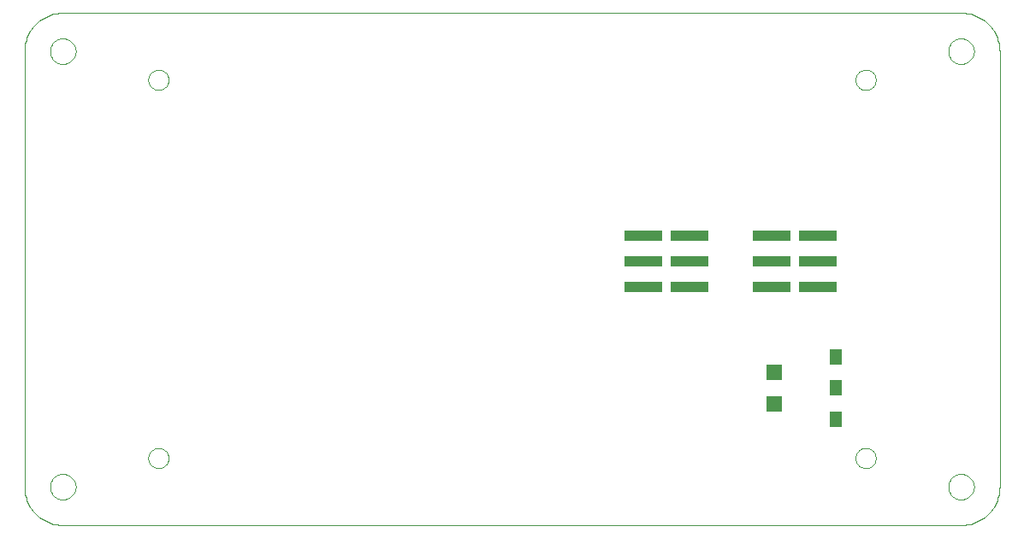
<source format=gbp>
G75*
%MOIN*%
%OFA0B0*%
%FSLAX24Y24*%
%IPPOS*%
%LPD*%
%AMOC8*
5,1,8,0,0,1.08239X$1,22.5*
%
%ADD10C,0.0000*%
%ADD11R,0.1450X0.0394*%
%ADD12R,0.0472X0.0591*%
%ADD13R,0.0591X0.0591*%
D10*
X017760Y016393D02*
X052760Y016393D01*
X052260Y017893D02*
X052262Y017937D01*
X052268Y017981D01*
X052278Y018024D01*
X052291Y018066D01*
X052308Y018107D01*
X052329Y018146D01*
X052353Y018183D01*
X052380Y018218D01*
X052410Y018250D01*
X052443Y018280D01*
X052479Y018306D01*
X052516Y018330D01*
X052556Y018349D01*
X052597Y018366D01*
X052640Y018378D01*
X052683Y018387D01*
X052727Y018392D01*
X052771Y018393D01*
X052815Y018390D01*
X052859Y018383D01*
X052902Y018372D01*
X052944Y018358D01*
X052984Y018340D01*
X053023Y018318D01*
X053059Y018294D01*
X053093Y018266D01*
X053125Y018235D01*
X053154Y018201D01*
X053180Y018165D01*
X053202Y018127D01*
X053221Y018087D01*
X053236Y018045D01*
X053248Y018003D01*
X053256Y017959D01*
X053260Y017915D01*
X053260Y017871D01*
X053256Y017827D01*
X053248Y017783D01*
X053236Y017741D01*
X053221Y017699D01*
X053202Y017659D01*
X053180Y017621D01*
X053154Y017585D01*
X053125Y017551D01*
X053093Y017520D01*
X053059Y017492D01*
X053023Y017468D01*
X052984Y017446D01*
X052944Y017428D01*
X052902Y017414D01*
X052859Y017403D01*
X052815Y017396D01*
X052771Y017393D01*
X052727Y017394D01*
X052683Y017399D01*
X052640Y017408D01*
X052597Y017420D01*
X052556Y017437D01*
X052516Y017456D01*
X052479Y017480D01*
X052443Y017506D01*
X052410Y017536D01*
X052380Y017568D01*
X052353Y017603D01*
X052329Y017640D01*
X052308Y017679D01*
X052291Y017720D01*
X052278Y017762D01*
X052268Y017805D01*
X052262Y017849D01*
X052260Y017893D01*
X052760Y016393D02*
X052836Y016395D01*
X052912Y016401D01*
X052987Y016410D01*
X053062Y016424D01*
X053136Y016441D01*
X053209Y016462D01*
X053281Y016486D01*
X053352Y016515D01*
X053421Y016546D01*
X053488Y016581D01*
X053553Y016620D01*
X053617Y016662D01*
X053678Y016707D01*
X053737Y016755D01*
X053793Y016806D01*
X053847Y016860D01*
X053898Y016916D01*
X053946Y016975D01*
X053991Y017036D01*
X054033Y017100D01*
X054072Y017165D01*
X054107Y017232D01*
X054138Y017301D01*
X054167Y017372D01*
X054191Y017444D01*
X054212Y017517D01*
X054229Y017591D01*
X054243Y017666D01*
X054252Y017741D01*
X054258Y017817D01*
X054260Y017893D01*
X054260Y034893D01*
X052260Y034893D02*
X052262Y034937D01*
X052268Y034981D01*
X052278Y035024D01*
X052291Y035066D01*
X052308Y035107D01*
X052329Y035146D01*
X052353Y035183D01*
X052380Y035218D01*
X052410Y035250D01*
X052443Y035280D01*
X052479Y035306D01*
X052516Y035330D01*
X052556Y035349D01*
X052597Y035366D01*
X052640Y035378D01*
X052683Y035387D01*
X052727Y035392D01*
X052771Y035393D01*
X052815Y035390D01*
X052859Y035383D01*
X052902Y035372D01*
X052944Y035358D01*
X052984Y035340D01*
X053023Y035318D01*
X053059Y035294D01*
X053093Y035266D01*
X053125Y035235D01*
X053154Y035201D01*
X053180Y035165D01*
X053202Y035127D01*
X053221Y035087D01*
X053236Y035045D01*
X053248Y035003D01*
X053256Y034959D01*
X053260Y034915D01*
X053260Y034871D01*
X053256Y034827D01*
X053248Y034783D01*
X053236Y034741D01*
X053221Y034699D01*
X053202Y034659D01*
X053180Y034621D01*
X053154Y034585D01*
X053125Y034551D01*
X053093Y034520D01*
X053059Y034492D01*
X053023Y034468D01*
X052984Y034446D01*
X052944Y034428D01*
X052902Y034414D01*
X052859Y034403D01*
X052815Y034396D01*
X052771Y034393D01*
X052727Y034394D01*
X052683Y034399D01*
X052640Y034408D01*
X052597Y034420D01*
X052556Y034437D01*
X052516Y034456D01*
X052479Y034480D01*
X052443Y034506D01*
X052410Y034536D01*
X052380Y034568D01*
X052353Y034603D01*
X052329Y034640D01*
X052308Y034679D01*
X052291Y034720D01*
X052278Y034762D01*
X052268Y034805D01*
X052262Y034849D01*
X052260Y034893D01*
X052760Y036393D02*
X052836Y036391D01*
X052912Y036385D01*
X052987Y036376D01*
X053062Y036362D01*
X053136Y036345D01*
X053209Y036324D01*
X053281Y036300D01*
X053352Y036271D01*
X053421Y036240D01*
X053488Y036205D01*
X053553Y036166D01*
X053617Y036124D01*
X053678Y036079D01*
X053737Y036031D01*
X053793Y035980D01*
X053847Y035926D01*
X053898Y035870D01*
X053946Y035811D01*
X053991Y035750D01*
X054033Y035686D01*
X054072Y035621D01*
X054107Y035554D01*
X054138Y035485D01*
X054167Y035414D01*
X054191Y035342D01*
X054212Y035269D01*
X054229Y035195D01*
X054243Y035120D01*
X054252Y035045D01*
X054258Y034969D01*
X054260Y034893D01*
X052760Y036393D02*
X017760Y036393D01*
X017260Y034893D02*
X017262Y034937D01*
X017268Y034981D01*
X017278Y035024D01*
X017291Y035066D01*
X017308Y035107D01*
X017329Y035146D01*
X017353Y035183D01*
X017380Y035218D01*
X017410Y035250D01*
X017443Y035280D01*
X017479Y035306D01*
X017516Y035330D01*
X017556Y035349D01*
X017597Y035366D01*
X017640Y035378D01*
X017683Y035387D01*
X017727Y035392D01*
X017771Y035393D01*
X017815Y035390D01*
X017859Y035383D01*
X017902Y035372D01*
X017944Y035358D01*
X017984Y035340D01*
X018023Y035318D01*
X018059Y035294D01*
X018093Y035266D01*
X018125Y035235D01*
X018154Y035201D01*
X018180Y035165D01*
X018202Y035127D01*
X018221Y035087D01*
X018236Y035045D01*
X018248Y035003D01*
X018256Y034959D01*
X018260Y034915D01*
X018260Y034871D01*
X018256Y034827D01*
X018248Y034783D01*
X018236Y034741D01*
X018221Y034699D01*
X018202Y034659D01*
X018180Y034621D01*
X018154Y034585D01*
X018125Y034551D01*
X018093Y034520D01*
X018059Y034492D01*
X018023Y034468D01*
X017984Y034446D01*
X017944Y034428D01*
X017902Y034414D01*
X017859Y034403D01*
X017815Y034396D01*
X017771Y034393D01*
X017727Y034394D01*
X017683Y034399D01*
X017640Y034408D01*
X017597Y034420D01*
X017556Y034437D01*
X017516Y034456D01*
X017479Y034480D01*
X017443Y034506D01*
X017410Y034536D01*
X017380Y034568D01*
X017353Y034603D01*
X017329Y034640D01*
X017308Y034679D01*
X017291Y034720D01*
X017278Y034762D01*
X017268Y034805D01*
X017262Y034849D01*
X017260Y034893D01*
X016260Y034893D02*
X016262Y034969D01*
X016268Y035045D01*
X016277Y035120D01*
X016291Y035195D01*
X016308Y035269D01*
X016329Y035342D01*
X016353Y035414D01*
X016382Y035485D01*
X016413Y035554D01*
X016448Y035621D01*
X016487Y035686D01*
X016529Y035750D01*
X016574Y035811D01*
X016622Y035870D01*
X016673Y035926D01*
X016727Y035980D01*
X016783Y036031D01*
X016842Y036079D01*
X016903Y036124D01*
X016967Y036166D01*
X017032Y036205D01*
X017099Y036240D01*
X017168Y036271D01*
X017239Y036300D01*
X017311Y036324D01*
X017384Y036345D01*
X017458Y036362D01*
X017533Y036376D01*
X017608Y036385D01*
X017684Y036391D01*
X017760Y036393D01*
X016260Y034893D02*
X016260Y017893D01*
X017260Y017893D02*
X017262Y017937D01*
X017268Y017981D01*
X017278Y018024D01*
X017291Y018066D01*
X017308Y018107D01*
X017329Y018146D01*
X017353Y018183D01*
X017380Y018218D01*
X017410Y018250D01*
X017443Y018280D01*
X017479Y018306D01*
X017516Y018330D01*
X017556Y018349D01*
X017597Y018366D01*
X017640Y018378D01*
X017683Y018387D01*
X017727Y018392D01*
X017771Y018393D01*
X017815Y018390D01*
X017859Y018383D01*
X017902Y018372D01*
X017944Y018358D01*
X017984Y018340D01*
X018023Y018318D01*
X018059Y018294D01*
X018093Y018266D01*
X018125Y018235D01*
X018154Y018201D01*
X018180Y018165D01*
X018202Y018127D01*
X018221Y018087D01*
X018236Y018045D01*
X018248Y018003D01*
X018256Y017959D01*
X018260Y017915D01*
X018260Y017871D01*
X018256Y017827D01*
X018248Y017783D01*
X018236Y017741D01*
X018221Y017699D01*
X018202Y017659D01*
X018180Y017621D01*
X018154Y017585D01*
X018125Y017551D01*
X018093Y017520D01*
X018059Y017492D01*
X018023Y017468D01*
X017984Y017446D01*
X017944Y017428D01*
X017902Y017414D01*
X017859Y017403D01*
X017815Y017396D01*
X017771Y017393D01*
X017727Y017394D01*
X017683Y017399D01*
X017640Y017408D01*
X017597Y017420D01*
X017556Y017437D01*
X017516Y017456D01*
X017479Y017480D01*
X017443Y017506D01*
X017410Y017536D01*
X017380Y017568D01*
X017353Y017603D01*
X017329Y017640D01*
X017308Y017679D01*
X017291Y017720D01*
X017278Y017762D01*
X017268Y017805D01*
X017262Y017849D01*
X017260Y017893D01*
X016260Y017893D02*
X016262Y017817D01*
X016268Y017741D01*
X016277Y017666D01*
X016291Y017591D01*
X016308Y017517D01*
X016329Y017444D01*
X016353Y017372D01*
X016382Y017301D01*
X016413Y017232D01*
X016448Y017165D01*
X016487Y017100D01*
X016529Y017036D01*
X016574Y016975D01*
X016622Y016916D01*
X016673Y016860D01*
X016727Y016806D01*
X016783Y016755D01*
X016842Y016707D01*
X016903Y016662D01*
X016967Y016620D01*
X017032Y016581D01*
X017099Y016546D01*
X017168Y016515D01*
X017239Y016486D01*
X017311Y016462D01*
X017384Y016441D01*
X017458Y016424D01*
X017533Y016410D01*
X017608Y016401D01*
X017684Y016395D01*
X017760Y016393D01*
X021086Y019011D02*
X021088Y019050D01*
X021094Y019089D01*
X021104Y019127D01*
X021117Y019164D01*
X021134Y019199D01*
X021154Y019233D01*
X021178Y019264D01*
X021205Y019293D01*
X021234Y019319D01*
X021266Y019342D01*
X021300Y019362D01*
X021336Y019378D01*
X021373Y019390D01*
X021412Y019399D01*
X021451Y019404D01*
X021490Y019405D01*
X021529Y019402D01*
X021568Y019395D01*
X021605Y019384D01*
X021642Y019370D01*
X021677Y019352D01*
X021710Y019331D01*
X021741Y019306D01*
X021769Y019279D01*
X021794Y019249D01*
X021816Y019216D01*
X021835Y019182D01*
X021850Y019146D01*
X021862Y019108D01*
X021870Y019070D01*
X021874Y019031D01*
X021874Y018991D01*
X021870Y018952D01*
X021862Y018914D01*
X021850Y018876D01*
X021835Y018840D01*
X021816Y018806D01*
X021794Y018773D01*
X021769Y018743D01*
X021741Y018716D01*
X021710Y018691D01*
X021677Y018670D01*
X021642Y018652D01*
X021605Y018638D01*
X021568Y018627D01*
X021529Y018620D01*
X021490Y018617D01*
X021451Y018618D01*
X021412Y018623D01*
X021373Y018632D01*
X021336Y018644D01*
X021300Y018660D01*
X021266Y018680D01*
X021234Y018703D01*
X021205Y018729D01*
X021178Y018758D01*
X021154Y018789D01*
X021134Y018823D01*
X021117Y018858D01*
X021104Y018895D01*
X021094Y018933D01*
X021088Y018972D01*
X021086Y019011D01*
X021086Y033775D02*
X021088Y033814D01*
X021094Y033853D01*
X021104Y033891D01*
X021117Y033928D01*
X021134Y033963D01*
X021154Y033997D01*
X021178Y034028D01*
X021205Y034057D01*
X021234Y034083D01*
X021266Y034106D01*
X021300Y034126D01*
X021336Y034142D01*
X021373Y034154D01*
X021412Y034163D01*
X021451Y034168D01*
X021490Y034169D01*
X021529Y034166D01*
X021568Y034159D01*
X021605Y034148D01*
X021642Y034134D01*
X021677Y034116D01*
X021710Y034095D01*
X021741Y034070D01*
X021769Y034043D01*
X021794Y034013D01*
X021816Y033980D01*
X021835Y033946D01*
X021850Y033910D01*
X021862Y033872D01*
X021870Y033834D01*
X021874Y033795D01*
X021874Y033755D01*
X021870Y033716D01*
X021862Y033678D01*
X021850Y033640D01*
X021835Y033604D01*
X021816Y033570D01*
X021794Y033537D01*
X021769Y033507D01*
X021741Y033480D01*
X021710Y033455D01*
X021677Y033434D01*
X021642Y033416D01*
X021605Y033402D01*
X021568Y033391D01*
X021529Y033384D01*
X021490Y033381D01*
X021451Y033382D01*
X021412Y033387D01*
X021373Y033396D01*
X021336Y033408D01*
X021300Y033424D01*
X021266Y033444D01*
X021234Y033467D01*
X021205Y033493D01*
X021178Y033522D01*
X021154Y033553D01*
X021134Y033587D01*
X021117Y033622D01*
X021104Y033659D01*
X021094Y033697D01*
X021088Y033736D01*
X021086Y033775D01*
X048645Y033775D02*
X048647Y033814D01*
X048653Y033853D01*
X048663Y033891D01*
X048676Y033928D01*
X048693Y033963D01*
X048713Y033997D01*
X048737Y034028D01*
X048764Y034057D01*
X048793Y034083D01*
X048825Y034106D01*
X048859Y034126D01*
X048895Y034142D01*
X048932Y034154D01*
X048971Y034163D01*
X049010Y034168D01*
X049049Y034169D01*
X049088Y034166D01*
X049127Y034159D01*
X049164Y034148D01*
X049201Y034134D01*
X049236Y034116D01*
X049269Y034095D01*
X049300Y034070D01*
X049328Y034043D01*
X049353Y034013D01*
X049375Y033980D01*
X049394Y033946D01*
X049409Y033910D01*
X049421Y033872D01*
X049429Y033834D01*
X049433Y033795D01*
X049433Y033755D01*
X049429Y033716D01*
X049421Y033678D01*
X049409Y033640D01*
X049394Y033604D01*
X049375Y033570D01*
X049353Y033537D01*
X049328Y033507D01*
X049300Y033480D01*
X049269Y033455D01*
X049236Y033434D01*
X049201Y033416D01*
X049164Y033402D01*
X049127Y033391D01*
X049088Y033384D01*
X049049Y033381D01*
X049010Y033382D01*
X048971Y033387D01*
X048932Y033396D01*
X048895Y033408D01*
X048859Y033424D01*
X048825Y033444D01*
X048793Y033467D01*
X048764Y033493D01*
X048737Y033522D01*
X048713Y033553D01*
X048693Y033587D01*
X048676Y033622D01*
X048663Y033659D01*
X048653Y033697D01*
X048647Y033736D01*
X048645Y033775D01*
X048645Y019011D02*
X048647Y019050D01*
X048653Y019089D01*
X048663Y019127D01*
X048676Y019164D01*
X048693Y019199D01*
X048713Y019233D01*
X048737Y019264D01*
X048764Y019293D01*
X048793Y019319D01*
X048825Y019342D01*
X048859Y019362D01*
X048895Y019378D01*
X048932Y019390D01*
X048971Y019399D01*
X049010Y019404D01*
X049049Y019405D01*
X049088Y019402D01*
X049127Y019395D01*
X049164Y019384D01*
X049201Y019370D01*
X049236Y019352D01*
X049269Y019331D01*
X049300Y019306D01*
X049328Y019279D01*
X049353Y019249D01*
X049375Y019216D01*
X049394Y019182D01*
X049409Y019146D01*
X049421Y019108D01*
X049429Y019070D01*
X049433Y019031D01*
X049433Y018991D01*
X049429Y018952D01*
X049421Y018914D01*
X049409Y018876D01*
X049394Y018840D01*
X049375Y018806D01*
X049353Y018773D01*
X049328Y018743D01*
X049300Y018716D01*
X049269Y018691D01*
X049236Y018670D01*
X049201Y018652D01*
X049164Y018638D01*
X049127Y018627D01*
X049088Y018620D01*
X049049Y018617D01*
X049010Y018618D01*
X048971Y018623D01*
X048932Y018632D01*
X048895Y018644D01*
X048859Y018660D01*
X048825Y018680D01*
X048793Y018703D01*
X048764Y018729D01*
X048737Y018758D01*
X048713Y018789D01*
X048693Y018823D01*
X048676Y018858D01*
X048663Y018895D01*
X048653Y018933D01*
X048647Y018972D01*
X048645Y019011D01*
D11*
X047160Y025693D03*
X047160Y026693D03*
X047160Y027693D03*
X045360Y027693D03*
X045360Y026693D03*
X045360Y025693D03*
X042160Y025693D03*
X042160Y026693D03*
X042160Y027693D03*
X040360Y027693D03*
X040360Y026693D03*
X040360Y025693D03*
D12*
X047861Y022964D03*
X047861Y021743D03*
X047861Y020523D03*
D13*
X045460Y021133D03*
X045460Y022354D03*
M02*

</source>
